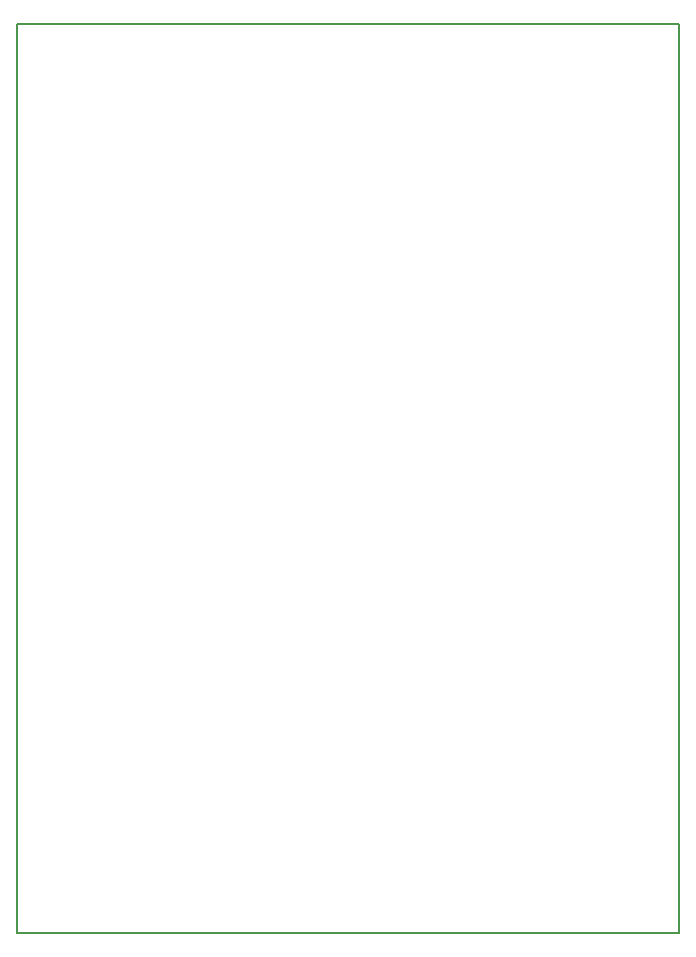
<source format=gbr>
%TF.GenerationSoftware,KiCad,Pcbnew,(5.1.9)-1*%
%TF.CreationDate,2021-12-22T12:25:31+01:00*%
%TF.ProjectId,led_unterm_bett,6c65645f-756e-4746-9572-6d5f62657474,v1r1*%
%TF.SameCoordinates,Original*%
%TF.FileFunction,Profile,NP*%
%FSLAX46Y46*%
G04 Gerber Fmt 4.6, Leading zero omitted, Abs format (unit mm)*
G04 Created by KiCad (PCBNEW (5.1.9)-1) date 2021-12-22 12:25:31*
%MOMM*%
%LPD*%
G01*
G04 APERTURE LIST*
%TA.AperFunction,Profile*%
%ADD10C,0.150000*%
%TD*%
G04 APERTURE END LIST*
D10*
X173000000Y-136000000D02*
X117000000Y-136000000D01*
X173000000Y-59000000D02*
X173000000Y-136000000D01*
X117000000Y-59000000D02*
X173000000Y-59000000D01*
X117000000Y-136000000D02*
X117000000Y-59000000D01*
M02*

</source>
